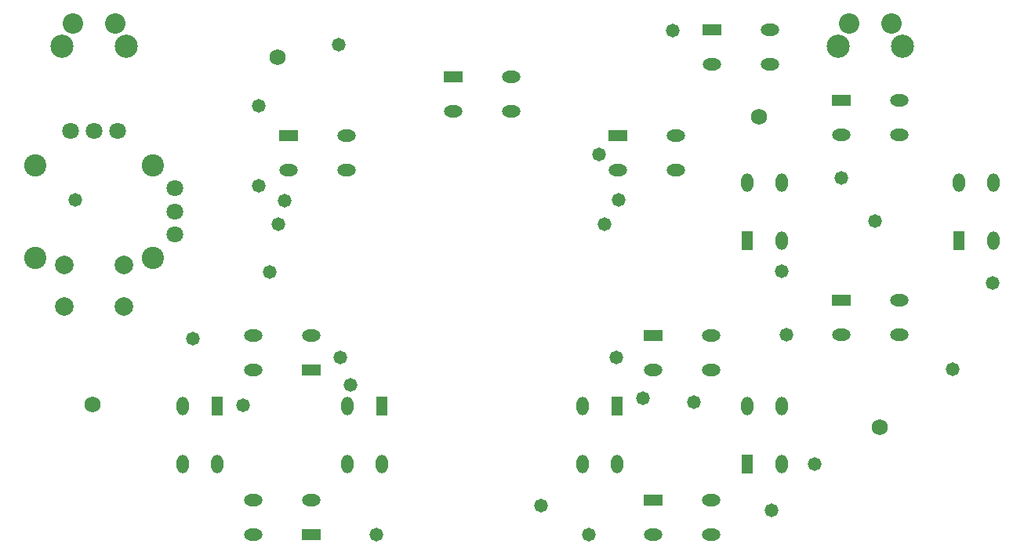
<source format=gts>
G04*
G04 #@! TF.GenerationSoftware,Altium Limited,CircuitMaker,2.2.1 (2.2.1.6)*
G04*
G04 Layer_Color=20142*
%FSLAX25Y25*%
%MOIN*%
G70*
G04*
G04 #@! TF.SameCoordinates,AAD4B4F7-D1E0-42C2-89CD-4A0885FF1A0E*
G04*
G04*
G04 #@! TF.FilePolarity,Negative*
G04*
G01*
G75*
%ADD13R,0.05131X0.07887*%
%ADD14O,0.05131X0.07887*%
%ADD15R,0.07887X0.05131*%
%ADD16O,0.07887X0.05131*%
%ADD17C,0.06800*%
%ADD18C,0.08674*%
%ADD19C,0.09855*%
%ADD20C,0.09461*%
%ADD21C,0.07887*%
%ADD22C,0.07099*%
%ADD23C,0.05800*%
D13*
X327716Y187795D02*
D03*
Y92795D02*
D03*
X272284Y117205D02*
D03*
X172283D02*
D03*
X102284D02*
D03*
X417717Y187795D02*
D03*
D14*
X342284D02*
D03*
X327716Y212205D02*
D03*
X342284D02*
D03*
Y92795D02*
D03*
X327716Y117205D02*
D03*
X342284D02*
D03*
X257716Y117205D02*
D03*
X272284Y92795D02*
D03*
X257716D02*
D03*
X157717Y117205D02*
D03*
X172283Y92795D02*
D03*
X157717D02*
D03*
X87717Y117205D02*
D03*
X102284Y92795D02*
D03*
X87717D02*
D03*
X432283Y187795D02*
D03*
X417717Y212205D02*
D03*
X432283D02*
D03*
D15*
X367795Y247284D02*
D03*
X312795Y277284D02*
D03*
X287795Y147283D02*
D03*
Y77284D02*
D03*
X142205Y132717D02*
D03*
Y62717D02*
D03*
X132795Y232283D02*
D03*
X367795Y162284D02*
D03*
X272795Y232283D02*
D03*
X202795Y257283D02*
D03*
D16*
X367795Y232716D02*
D03*
X392205Y247284D02*
D03*
Y232716D02*
D03*
X312795Y262717D02*
D03*
X337205Y277284D02*
D03*
Y262717D02*
D03*
X287795Y132717D02*
D03*
X312205Y147283D02*
D03*
Y132717D02*
D03*
X287795Y62717D02*
D03*
X312205Y77284D02*
D03*
Y62717D02*
D03*
X142205Y147283D02*
D03*
X117795Y132717D02*
D03*
Y147283D02*
D03*
X142205Y77284D02*
D03*
X117795Y62717D02*
D03*
Y77284D02*
D03*
X132795Y217717D02*
D03*
X157205Y232283D02*
D03*
Y217717D02*
D03*
X367795Y147716D02*
D03*
X392205Y162284D02*
D03*
Y147716D02*
D03*
X272795Y217717D02*
D03*
X297205Y232283D02*
D03*
Y217717D02*
D03*
X202795Y242717D02*
D03*
X227205Y257283D02*
D03*
Y242717D02*
D03*
D17*
X332677Y240158D02*
D03*
X127953Y265748D02*
D03*
X383858Y108268D02*
D03*
X49213Y118110D02*
D03*
D18*
X371142Y280000D02*
D03*
X388858D02*
D03*
X41142D02*
D03*
X58858D02*
D03*
D19*
X393799Y270197D02*
D03*
X366201D02*
D03*
X63799D02*
D03*
X36201D02*
D03*
D20*
X25098Y219685D02*
D03*
X74902D02*
D03*
Y180315D02*
D03*
X25098D02*
D03*
D21*
X62795Y159646D02*
D03*
X37205D02*
D03*
X62795Y177362D02*
D03*
X37205D02*
D03*
D22*
X84370Y190157D02*
D03*
Y200000D02*
D03*
Y209842D02*
D03*
X59842Y234370D02*
D03*
X50000D02*
D03*
X40157D02*
D03*
D23*
X124707Y174241D02*
D03*
X305000Y119000D02*
D03*
X338000Y73000D02*
D03*
X240000Y75000D02*
D03*
X92000Y146000D02*
D03*
X154000Y271000D02*
D03*
X42000Y205000D02*
D03*
X382000Y196000D02*
D03*
X415000Y133000D02*
D03*
X120000Y211000D02*
D03*
Y245000D02*
D03*
X264588Y224385D02*
D03*
X296000Y277000D02*
D03*
X273000Y205000D02*
D03*
X267000Y194500D02*
D03*
X367587Y214234D02*
D03*
X342500Y174500D02*
D03*
X432000Y169500D02*
D03*
X344500Y147500D02*
D03*
X272000Y138000D02*
D03*
X283500Y120500D02*
D03*
X356500Y92500D02*
D03*
X260500Y62500D02*
D03*
X131000Y204500D02*
D03*
X128500Y194500D02*
D03*
X154800Y137900D02*
D03*
X113400Y117600D02*
D03*
X159088Y126439D02*
D03*
X170100Y62700D02*
D03*
M02*

</source>
